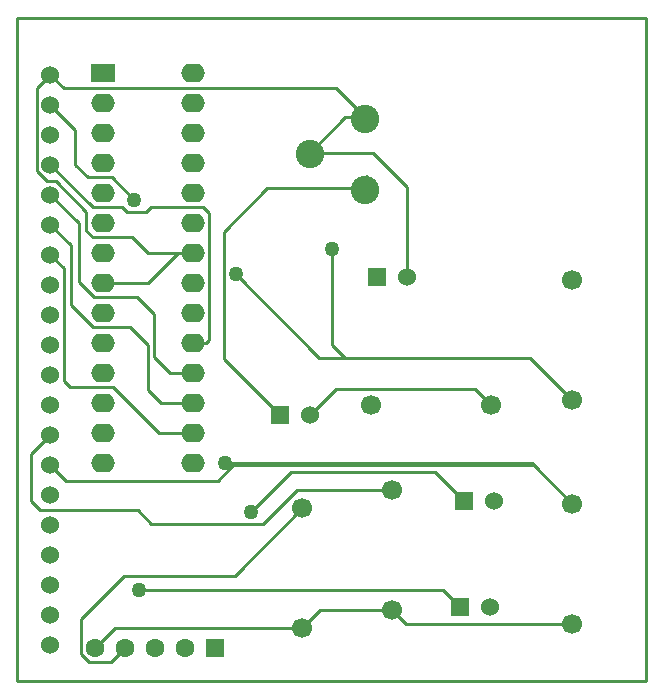
<source format=gbl>
G04 Layer_Physical_Order=2*
G04 Layer_Color=11436288*
%FSLAX25Y25*%
%MOIN*%
G70*
G01*
G75*
%ADD16C,0.01000*%
%ADD18C,0.09500*%
%ADD19O,0.07874X0.06299*%
%ADD20R,0.07874X0.06299*%
%ADD21C,0.06693*%
%ADD22R,0.06000X0.06000*%
%ADD23C,0.06000*%
%ADD24R,0.06299X0.06299*%
%ADD25C,0.06299*%
%ADD26C,0.05000*%
D16*
X206311Y297500D02*
X215500Y288311D01*
X115500Y297500D02*
X206311D01*
X215500Y288311D02*
X216500D01*
X216000Y287811D02*
X216500Y288311D01*
X209307Y287811D02*
X216000D01*
X197496Y276000D02*
X209307Y287811D01*
X197496Y276000D02*
X218500D01*
X230000Y264500D01*
Y234500D02*
Y264500D01*
X212500Y264189D02*
X216500Y268189D01*
X183389Y264189D02*
X212500D01*
X168800Y249600D02*
X183389Y264189D01*
X229500Y119000D02*
X285000D01*
X225000Y123500D02*
X229500Y119000D01*
X132500Y117500D02*
X195000D01*
X126000Y111000D02*
X132500Y117500D01*
X148000Y192500D02*
X158500D01*
X143500Y197000D02*
X148000Y192500D01*
X143500Y197000D02*
Y212000D01*
X137700Y217800D02*
X143500Y212000D01*
X125200Y217800D02*
X137700D01*
X117800Y225200D02*
X125200Y217800D01*
X117800Y225200D02*
Y245200D01*
X111000Y252000D02*
X117800Y245200D01*
X111000Y302000D02*
X115500Y297500D01*
X241800Y130200D02*
X247500Y124500D01*
X140500Y130200D02*
X241800D01*
X111000Y172000D02*
X116400Y166600D01*
X166741D01*
X172029Y171888D02*
X272112D01*
X285000Y159000D01*
X151000Y202500D02*
X158500D01*
X145500Y208000D02*
X151000Y202500D01*
X145500Y208000D02*
Y222300D01*
X140000Y227800D02*
X145500Y222300D01*
X125700Y227800D02*
X140000D01*
X120531Y232969D02*
X125700Y227800D01*
X120531Y232969D02*
Y252469D01*
X111000Y262000D02*
X120531Y252469D01*
X169300Y172500D02*
X271500D01*
X131500Y267800D02*
X139000Y260300D01*
X123500Y267800D02*
X131500D01*
X119300Y272000D02*
X123500Y267800D01*
X119300Y272000D02*
Y283700D01*
X111000Y292000D02*
X119300Y283700D01*
X111000Y272000D02*
X125200Y257800D01*
X134981D01*
X136569Y256212D01*
X142981D01*
X144569Y257800D01*
X162000D01*
X164000Y255800D01*
Y213500D02*
Y255800D01*
X163000Y212500D02*
X164000Y213500D01*
X158500Y212500D02*
X163000D01*
X195000Y117500D02*
X201000Y123500D01*
X225000D01*
X111000Y242000D02*
X115500Y237500D01*
Y200000D02*
Y237500D01*
Y200000D02*
X117700Y197800D01*
X132000D01*
X147300Y182500D01*
X158500D01*
X252700Y197300D02*
X258000Y192000D01*
X206300Y197300D02*
X252700D01*
X197500Y188500D02*
X206300Y197300D01*
X128500Y232500D02*
X143500D01*
X153500Y242500D01*
X158500D01*
X106500Y297500D02*
X111000Y302000D01*
X106500Y270000D02*
Y297500D01*
Y270000D02*
X110000Y266500D01*
X113000D01*
X123063Y256437D01*
Y250000D02*
Y256437D01*
Y250000D02*
X125263Y247800D01*
X138200D01*
X143500Y242500D01*
X153500D01*
X239400Y169600D02*
X249000Y160000D01*
X191200Y169600D02*
X239400D01*
X178000Y156400D02*
X191200Y169600D01*
X172800Y235500D02*
X200600Y207700D01*
X270800D02*
X285000Y193500D01*
X209200Y207700D02*
X270800D01*
X204900Y212000D02*
X209200Y207700D01*
X204900Y212000D02*
Y243800D01*
X172584Y135084D02*
X195000Y157500D01*
X135721Y135084D02*
X172584D01*
X121300Y120663D02*
X135721Y135084D01*
X121300Y109000D02*
Y120663D01*
Y109000D02*
X124000Y106300D01*
X131300D01*
X136000Y111000D01*
X193129Y163500D02*
X225000D01*
X182029Y152400D02*
X193129Y163500D01*
X144700Y152400D02*
X182029D01*
X140100Y157000D02*
X144700Y152400D01*
X107500Y157000D02*
X140100D01*
X104500Y160000D02*
X107500Y157000D01*
X104500Y160000D02*
Y175500D01*
X111000Y182000D01*
X168800Y207200D02*
Y249600D01*
Y207200D02*
X187500Y188500D01*
X200600Y207700D02*
X209200D01*
X166741Y166600D02*
X172029Y171888D01*
X271500Y172500D02*
X272112Y171888D01*
X100000Y100000D02*
Y321000D01*
Y100000D02*
X309500D01*
Y321000D01*
X100000D02*
X309500D01*
D18*
X216000Y263689D02*
D03*
Y287311D02*
D03*
X197496Y275500D02*
D03*
D19*
X158500Y172500D02*
D03*
Y182500D02*
D03*
Y192500D02*
D03*
Y202500D02*
D03*
Y212500D02*
D03*
Y222500D02*
D03*
Y232500D02*
D03*
Y242500D02*
D03*
Y252500D02*
D03*
Y262500D02*
D03*
Y272500D02*
D03*
Y282500D02*
D03*
Y292500D02*
D03*
Y302500D02*
D03*
X128500Y172500D02*
D03*
Y182500D02*
D03*
Y192500D02*
D03*
Y202500D02*
D03*
Y212500D02*
D03*
Y222500D02*
D03*
Y232500D02*
D03*
Y242500D02*
D03*
Y252500D02*
D03*
Y262500D02*
D03*
Y272500D02*
D03*
Y282500D02*
D03*
Y292500D02*
D03*
D20*
Y302500D02*
D03*
D21*
X195000Y117500D02*
D03*
Y157500D02*
D03*
X285000Y193500D02*
D03*
Y233500D02*
D03*
X258000Y192000D02*
D03*
X218000D02*
D03*
X225000Y123500D02*
D03*
Y163500D02*
D03*
X285000Y119000D02*
D03*
Y159000D02*
D03*
D22*
X247500Y124500D02*
D03*
X249000Y160000D02*
D03*
X220000Y234500D02*
D03*
X187500Y188500D02*
D03*
D23*
X257500Y124500D02*
D03*
X259000Y160000D02*
D03*
X111000Y112000D02*
D03*
Y122000D02*
D03*
Y132000D02*
D03*
Y142000D02*
D03*
Y152000D02*
D03*
Y162000D02*
D03*
Y172000D02*
D03*
Y182000D02*
D03*
Y192000D02*
D03*
Y202000D02*
D03*
Y212000D02*
D03*
Y222000D02*
D03*
Y232000D02*
D03*
Y242000D02*
D03*
Y252000D02*
D03*
Y262000D02*
D03*
Y272000D02*
D03*
Y282000D02*
D03*
Y292000D02*
D03*
Y302000D02*
D03*
X230000Y234500D02*
D03*
X197500Y188500D02*
D03*
D24*
X166000Y111000D02*
D03*
D25*
X156000D02*
D03*
X146000D02*
D03*
X136000D02*
D03*
X126000D02*
D03*
D26*
X140500Y130200D02*
D03*
X169300Y172500D02*
D03*
X139000Y260300D02*
D03*
X178000Y156400D02*
D03*
X172800Y235500D02*
D03*
X204900Y243800D02*
D03*
M02*

</source>
